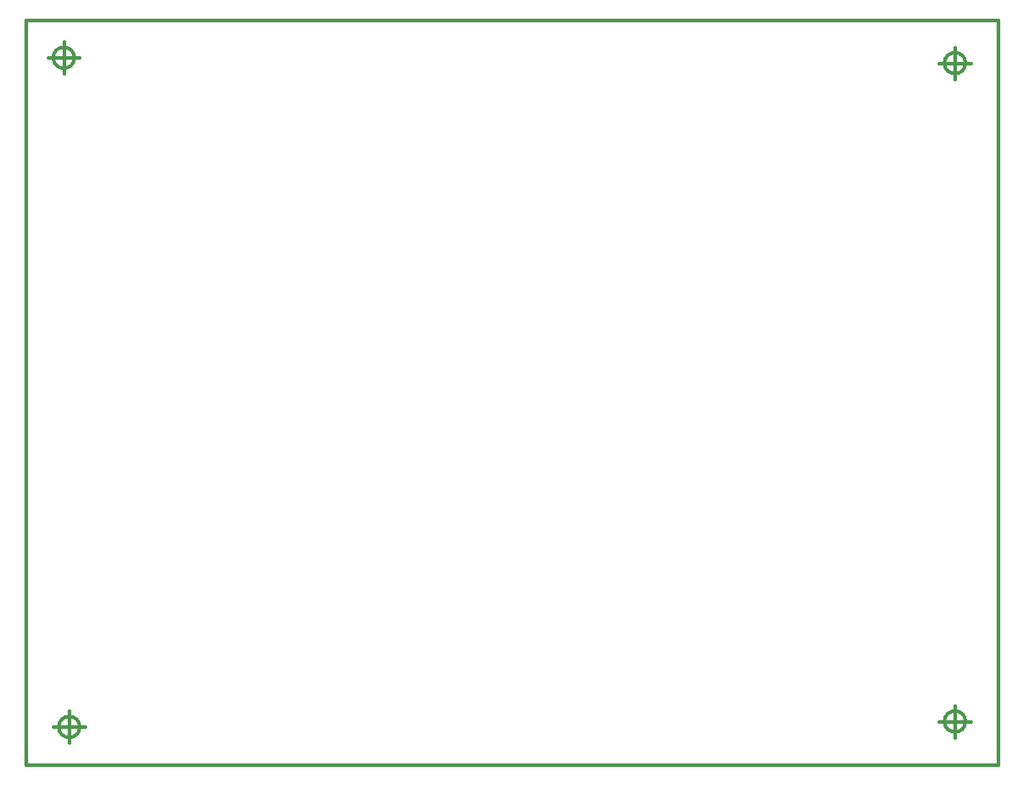
<source format=gm1>
G04 #@! TF.GenerationSoftware,KiCad,Pcbnew,5.0.0-fee4fd1~66~ubuntu16.04.1*
G04 #@! TF.CreationDate,2018-09-21T19:17:15+02:00*
G04 #@! TF.ProjectId,smartbed,736D6172746265642E6B696361645F70,rev?*
G04 #@! TF.SameCoordinates,Original*
G04 #@! TF.FileFunction,Profile,NP*
%FSLAX46Y46*%
G04 Gerber Fmt 4.6, Leading zero omitted, Abs format (unit mm)*
G04 Created by KiCad (PCBNEW 5.0.0-fee4fd1~66~ubuntu16.04.1) date Fri Sep 21 19:17:15 2018*
%MOMM*%
%LPD*%
G01*
G04 APERTURE LIST*
%ADD10C,0.381000*%
G04 APERTURE END LIST*
D10*
X198083593Y-55880000D02*
G75*
G03X198083593Y-55880000I-1233593J0D01*
G01*
X194999610Y-55880000D02*
X198700390Y-55880000D01*
X196850000Y-54029610D02*
X196850000Y-57730390D01*
X93308593Y-55245000D02*
G75*
G03X93308593Y-55245000I-1233593J0D01*
G01*
X90224610Y-55245000D02*
X93925390Y-55245000D01*
X92075000Y-53394610D02*
X92075000Y-57095390D01*
X198083593Y-133350000D02*
G75*
G03X198083593Y-133350000I-1233593J0D01*
G01*
X194999610Y-133350000D02*
X198700390Y-133350000D01*
X196850000Y-131499610D02*
X196850000Y-135200390D01*
X93943593Y-133985000D02*
G75*
G03X93943593Y-133985000I-1233593J0D01*
G01*
X90859610Y-133985000D02*
X94560390Y-133985000D01*
X92710000Y-132134610D02*
X92710000Y-135835390D01*
X87630000Y-138430000D02*
X87630000Y-50800000D01*
X201930000Y-138430000D02*
X87630000Y-138430000D01*
X201930000Y-50800000D02*
X201930000Y-138430000D01*
X87630000Y-50800000D02*
X201930000Y-50800000D01*
M02*

</source>
